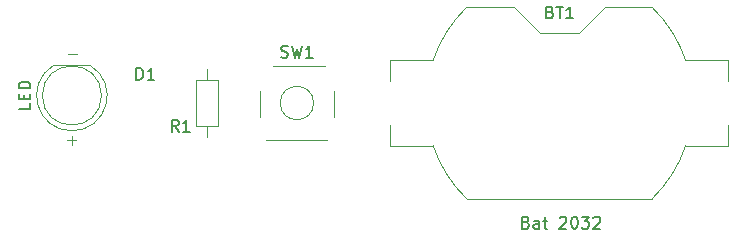
<source format=gto>
%TF.GenerationSoftware,KiCad,Pcbnew,9.0.0*%
%TF.CreationDate,2025-12-23T19:14:58-06:00*%
%TF.ProjectId,Project 1 LED Torch,50726f6a-6563-4742-9031-204c45442054,1*%
%TF.SameCoordinates,Original*%
%TF.FileFunction,Legend,Top*%
%TF.FilePolarity,Positive*%
%FSLAX46Y46*%
G04 Gerber Fmt 4.6, Leading zero omitted, Abs format (unit mm)*
G04 Created by KiCad (PCBNEW 9.0.0) date 2025-12-23 19:14:58*
%MOMM*%
%LPD*%
G01*
G04 APERTURE LIST*
%ADD10C,0.100000*%
%ADD11C,0.150000*%
%ADD12C,0.120000*%
G04 APERTURE END LIST*
D10*
X101303884Y-134291466D02*
X102065789Y-134291466D01*
X101203884Y-141591466D02*
X101965789Y-141591466D01*
X101584836Y-141972419D02*
X101584836Y-141210514D01*
D11*
X107061905Y-136454819D02*
X107061905Y-135454819D01*
X107061905Y-135454819D02*
X107300000Y-135454819D01*
X107300000Y-135454819D02*
X107442857Y-135502438D01*
X107442857Y-135502438D02*
X107538095Y-135597676D01*
X107538095Y-135597676D02*
X107585714Y-135692914D01*
X107585714Y-135692914D02*
X107633333Y-135883390D01*
X107633333Y-135883390D02*
X107633333Y-136026247D01*
X107633333Y-136026247D02*
X107585714Y-136216723D01*
X107585714Y-136216723D02*
X107538095Y-136311961D01*
X107538095Y-136311961D02*
X107442857Y-136407200D01*
X107442857Y-136407200D02*
X107300000Y-136454819D01*
X107300000Y-136454819D02*
X107061905Y-136454819D01*
X108585714Y-136454819D02*
X108014286Y-136454819D01*
X108300000Y-136454819D02*
X108300000Y-135454819D01*
X108300000Y-135454819D02*
X108204762Y-135597676D01*
X108204762Y-135597676D02*
X108109524Y-135692914D01*
X108109524Y-135692914D02*
X108014286Y-135740533D01*
X98094819Y-138437857D02*
X98094819Y-138914047D01*
X98094819Y-138914047D02*
X97094819Y-138914047D01*
X97571009Y-138104523D02*
X97571009Y-137771190D01*
X98094819Y-137628333D02*
X98094819Y-138104523D01*
X98094819Y-138104523D02*
X97094819Y-138104523D01*
X97094819Y-138104523D02*
X97094819Y-137628333D01*
X98094819Y-137199761D02*
X97094819Y-137199761D01*
X97094819Y-137199761D02*
X97094819Y-136961666D01*
X97094819Y-136961666D02*
X97142438Y-136818809D01*
X97142438Y-136818809D02*
X97237676Y-136723571D01*
X97237676Y-136723571D02*
X97332914Y-136675952D01*
X97332914Y-136675952D02*
X97523390Y-136628333D01*
X97523390Y-136628333D02*
X97666247Y-136628333D01*
X97666247Y-136628333D02*
X97856723Y-136675952D01*
X97856723Y-136675952D02*
X97951961Y-136723571D01*
X97951961Y-136723571D02*
X98047200Y-136818809D01*
X98047200Y-136818809D02*
X98094819Y-136961666D01*
X98094819Y-136961666D02*
X98094819Y-137199761D01*
X142089285Y-130741009D02*
X142232142Y-130788628D01*
X142232142Y-130788628D02*
X142279761Y-130836247D01*
X142279761Y-130836247D02*
X142327380Y-130931485D01*
X142327380Y-130931485D02*
X142327380Y-131074342D01*
X142327380Y-131074342D02*
X142279761Y-131169580D01*
X142279761Y-131169580D02*
X142232142Y-131217200D01*
X142232142Y-131217200D02*
X142136904Y-131264819D01*
X142136904Y-131264819D02*
X141755952Y-131264819D01*
X141755952Y-131264819D02*
X141755952Y-130264819D01*
X141755952Y-130264819D02*
X142089285Y-130264819D01*
X142089285Y-130264819D02*
X142184523Y-130312438D01*
X142184523Y-130312438D02*
X142232142Y-130360057D01*
X142232142Y-130360057D02*
X142279761Y-130455295D01*
X142279761Y-130455295D02*
X142279761Y-130550533D01*
X142279761Y-130550533D02*
X142232142Y-130645771D01*
X142232142Y-130645771D02*
X142184523Y-130693390D01*
X142184523Y-130693390D02*
X142089285Y-130741009D01*
X142089285Y-130741009D02*
X141755952Y-130741009D01*
X142613095Y-130264819D02*
X143184523Y-130264819D01*
X142898809Y-131264819D02*
X142898809Y-130264819D01*
X144041666Y-131264819D02*
X143470238Y-131264819D01*
X143755952Y-131264819D02*
X143755952Y-130264819D01*
X143755952Y-130264819D02*
X143660714Y-130407676D01*
X143660714Y-130407676D02*
X143565476Y-130502914D01*
X143565476Y-130502914D02*
X143470238Y-130550533D01*
X140047618Y-148531009D02*
X140190475Y-148578628D01*
X140190475Y-148578628D02*
X140238094Y-148626247D01*
X140238094Y-148626247D02*
X140285713Y-148721485D01*
X140285713Y-148721485D02*
X140285713Y-148864342D01*
X140285713Y-148864342D02*
X140238094Y-148959580D01*
X140238094Y-148959580D02*
X140190475Y-149007200D01*
X140190475Y-149007200D02*
X140095237Y-149054819D01*
X140095237Y-149054819D02*
X139714285Y-149054819D01*
X139714285Y-149054819D02*
X139714285Y-148054819D01*
X139714285Y-148054819D02*
X140047618Y-148054819D01*
X140047618Y-148054819D02*
X140142856Y-148102438D01*
X140142856Y-148102438D02*
X140190475Y-148150057D01*
X140190475Y-148150057D02*
X140238094Y-148245295D01*
X140238094Y-148245295D02*
X140238094Y-148340533D01*
X140238094Y-148340533D02*
X140190475Y-148435771D01*
X140190475Y-148435771D02*
X140142856Y-148483390D01*
X140142856Y-148483390D02*
X140047618Y-148531009D01*
X140047618Y-148531009D02*
X139714285Y-148531009D01*
X141142856Y-149054819D02*
X141142856Y-148531009D01*
X141142856Y-148531009D02*
X141095237Y-148435771D01*
X141095237Y-148435771D02*
X140999999Y-148388152D01*
X140999999Y-148388152D02*
X140809523Y-148388152D01*
X140809523Y-148388152D02*
X140714285Y-148435771D01*
X141142856Y-149007200D02*
X141047618Y-149054819D01*
X141047618Y-149054819D02*
X140809523Y-149054819D01*
X140809523Y-149054819D02*
X140714285Y-149007200D01*
X140714285Y-149007200D02*
X140666666Y-148911961D01*
X140666666Y-148911961D02*
X140666666Y-148816723D01*
X140666666Y-148816723D02*
X140714285Y-148721485D01*
X140714285Y-148721485D02*
X140809523Y-148673866D01*
X140809523Y-148673866D02*
X141047618Y-148673866D01*
X141047618Y-148673866D02*
X141142856Y-148626247D01*
X141476190Y-148388152D02*
X141857142Y-148388152D01*
X141619047Y-148054819D02*
X141619047Y-148911961D01*
X141619047Y-148911961D02*
X141666666Y-149007200D01*
X141666666Y-149007200D02*
X141761904Y-149054819D01*
X141761904Y-149054819D02*
X141857142Y-149054819D01*
X142904762Y-148150057D02*
X142952381Y-148102438D01*
X142952381Y-148102438D02*
X143047619Y-148054819D01*
X143047619Y-148054819D02*
X143285714Y-148054819D01*
X143285714Y-148054819D02*
X143380952Y-148102438D01*
X143380952Y-148102438D02*
X143428571Y-148150057D01*
X143428571Y-148150057D02*
X143476190Y-148245295D01*
X143476190Y-148245295D02*
X143476190Y-148340533D01*
X143476190Y-148340533D02*
X143428571Y-148483390D01*
X143428571Y-148483390D02*
X142857143Y-149054819D01*
X142857143Y-149054819D02*
X143476190Y-149054819D01*
X144095238Y-148054819D02*
X144190476Y-148054819D01*
X144190476Y-148054819D02*
X144285714Y-148102438D01*
X144285714Y-148102438D02*
X144333333Y-148150057D01*
X144333333Y-148150057D02*
X144380952Y-148245295D01*
X144380952Y-148245295D02*
X144428571Y-148435771D01*
X144428571Y-148435771D02*
X144428571Y-148673866D01*
X144428571Y-148673866D02*
X144380952Y-148864342D01*
X144380952Y-148864342D02*
X144333333Y-148959580D01*
X144333333Y-148959580D02*
X144285714Y-149007200D01*
X144285714Y-149007200D02*
X144190476Y-149054819D01*
X144190476Y-149054819D02*
X144095238Y-149054819D01*
X144095238Y-149054819D02*
X144000000Y-149007200D01*
X144000000Y-149007200D02*
X143952381Y-148959580D01*
X143952381Y-148959580D02*
X143904762Y-148864342D01*
X143904762Y-148864342D02*
X143857143Y-148673866D01*
X143857143Y-148673866D02*
X143857143Y-148435771D01*
X143857143Y-148435771D02*
X143904762Y-148245295D01*
X143904762Y-148245295D02*
X143952381Y-148150057D01*
X143952381Y-148150057D02*
X144000000Y-148102438D01*
X144000000Y-148102438D02*
X144095238Y-148054819D01*
X144761905Y-148054819D02*
X145380952Y-148054819D01*
X145380952Y-148054819D02*
X145047619Y-148435771D01*
X145047619Y-148435771D02*
X145190476Y-148435771D01*
X145190476Y-148435771D02*
X145285714Y-148483390D01*
X145285714Y-148483390D02*
X145333333Y-148531009D01*
X145333333Y-148531009D02*
X145380952Y-148626247D01*
X145380952Y-148626247D02*
X145380952Y-148864342D01*
X145380952Y-148864342D02*
X145333333Y-148959580D01*
X145333333Y-148959580D02*
X145285714Y-149007200D01*
X145285714Y-149007200D02*
X145190476Y-149054819D01*
X145190476Y-149054819D02*
X144904762Y-149054819D01*
X144904762Y-149054819D02*
X144809524Y-149007200D01*
X144809524Y-149007200D02*
X144761905Y-148959580D01*
X145761905Y-148150057D02*
X145809524Y-148102438D01*
X145809524Y-148102438D02*
X145904762Y-148054819D01*
X145904762Y-148054819D02*
X146142857Y-148054819D01*
X146142857Y-148054819D02*
X146238095Y-148102438D01*
X146238095Y-148102438D02*
X146285714Y-148150057D01*
X146285714Y-148150057D02*
X146333333Y-148245295D01*
X146333333Y-148245295D02*
X146333333Y-148340533D01*
X146333333Y-148340533D02*
X146285714Y-148483390D01*
X146285714Y-148483390D02*
X145714286Y-149054819D01*
X145714286Y-149054819D02*
X146333333Y-149054819D01*
X110633333Y-140854819D02*
X110300000Y-140378628D01*
X110061905Y-140854819D02*
X110061905Y-139854819D01*
X110061905Y-139854819D02*
X110442857Y-139854819D01*
X110442857Y-139854819D02*
X110538095Y-139902438D01*
X110538095Y-139902438D02*
X110585714Y-139950057D01*
X110585714Y-139950057D02*
X110633333Y-140045295D01*
X110633333Y-140045295D02*
X110633333Y-140188152D01*
X110633333Y-140188152D02*
X110585714Y-140283390D01*
X110585714Y-140283390D02*
X110538095Y-140331009D01*
X110538095Y-140331009D02*
X110442857Y-140378628D01*
X110442857Y-140378628D02*
X110061905Y-140378628D01*
X111585714Y-140854819D02*
X111014286Y-140854819D01*
X111300000Y-140854819D02*
X111300000Y-139854819D01*
X111300000Y-139854819D02*
X111204762Y-139997676D01*
X111204762Y-139997676D02*
X111109524Y-140092914D01*
X111109524Y-140092914D02*
X111014286Y-140140533D01*
X119316667Y-134537200D02*
X119459524Y-134584819D01*
X119459524Y-134584819D02*
X119697619Y-134584819D01*
X119697619Y-134584819D02*
X119792857Y-134537200D01*
X119792857Y-134537200D02*
X119840476Y-134489580D01*
X119840476Y-134489580D02*
X119888095Y-134394342D01*
X119888095Y-134394342D02*
X119888095Y-134299104D01*
X119888095Y-134299104D02*
X119840476Y-134203866D01*
X119840476Y-134203866D02*
X119792857Y-134156247D01*
X119792857Y-134156247D02*
X119697619Y-134108628D01*
X119697619Y-134108628D02*
X119507143Y-134061009D01*
X119507143Y-134061009D02*
X119411905Y-134013390D01*
X119411905Y-134013390D02*
X119364286Y-133965771D01*
X119364286Y-133965771D02*
X119316667Y-133870533D01*
X119316667Y-133870533D02*
X119316667Y-133775295D01*
X119316667Y-133775295D02*
X119364286Y-133680057D01*
X119364286Y-133680057D02*
X119411905Y-133632438D01*
X119411905Y-133632438D02*
X119507143Y-133584819D01*
X119507143Y-133584819D02*
X119745238Y-133584819D01*
X119745238Y-133584819D02*
X119888095Y-133632438D01*
X120221429Y-133584819D02*
X120459524Y-134584819D01*
X120459524Y-134584819D02*
X120650000Y-133870533D01*
X120650000Y-133870533D02*
X120840476Y-134584819D01*
X120840476Y-134584819D02*
X121078572Y-133584819D01*
X121983333Y-134584819D02*
X121411905Y-134584819D01*
X121697619Y-134584819D02*
X121697619Y-133584819D01*
X121697619Y-133584819D02*
X121602381Y-133727676D01*
X121602381Y-133727676D02*
X121507143Y-133822914D01*
X121507143Y-133822914D02*
X121411905Y-133870533D01*
D12*
%TO.C,D1*%
X104100000Y-137795000D02*
G75*
G02*
X99100000Y-137795000I-2500000J0D01*
G01*
X99100000Y-137795000D02*
G75*
G02*
X104100000Y-137795000I2500000J0D01*
G01*
X101599952Y-140785000D02*
G75*
G02*
X100055170Y-135235000I48J2990000D01*
G01*
X103144830Y-135235000D02*
G75*
G02*
X101600048Y-140785000I-1544830J-2560000D01*
G01*
X103145000Y-135235000D02*
X100055000Y-135235000D01*
%TO.C,BT1*%
X157185000Y-142040000D02*
X153567000Y-142040000D01*
X157185000Y-140330000D02*
X157185000Y-142040000D01*
X157185000Y-136530000D02*
X157185000Y-134820000D01*
X153567000Y-134820000D02*
X157185000Y-134820000D01*
X150722300Y-146540000D02*
X135027700Y-146540000D01*
X146735000Y-130320000D02*
X150722300Y-130320000D01*
X144535000Y-132520000D02*
X146735000Y-130320000D01*
X141215000Y-132520000D02*
X144535000Y-132520000D01*
X141215000Y-132520000D02*
X139015000Y-130320000D01*
X135027700Y-130320000D02*
X139015000Y-130320000D01*
X132183000Y-142040000D02*
X128565000Y-142040000D01*
X128565000Y-140330000D02*
X128565000Y-142040000D01*
X128565000Y-136530000D02*
X128565000Y-134820000D01*
X128565000Y-134820000D02*
X132183000Y-134820000D01*
X153567000Y-142040000D02*
G75*
G02*
X150720372Y-146541790I-10692020J3610010D01*
G01*
X150720371Y-130318211D02*
G75*
G02*
X153567000Y-134820000I-7845366J-8111785D01*
G01*
X135029629Y-146541789D02*
G75*
G02*
X132183000Y-142040000I7845371J8111789D01*
G01*
X132183000Y-134820000D02*
G75*
G02*
X135029629Y-130318211I10692020J-3610012D01*
G01*
%TO.C,R1*%
X113030000Y-135560000D02*
X113030000Y-136510000D01*
X113950000Y-136510000D02*
X112110000Y-136510000D01*
X112110000Y-136510000D02*
X112110000Y-140350000D01*
X113950000Y-140350000D02*
X113950000Y-136510000D01*
X112110000Y-140350000D02*
X113950000Y-140350000D01*
X113030000Y-141300000D02*
X113030000Y-140350000D01*
%TO.C,SW1*%
X122064214Y-138430000D02*
G75*
G02*
X119235786Y-138430000I-1414214J0D01*
G01*
X119235786Y-138430000D02*
G75*
G02*
X122064214Y-138430000I1414214J0D01*
G01*
X123770000Y-137380000D02*
X123770000Y-139580000D01*
X118600000Y-135310000D02*
X123000000Y-135310000D01*
X118000000Y-141550000D02*
X123200000Y-141550000D01*
X117530000Y-139580000D02*
X117530000Y-137380000D01*
%TD*%
M02*

</source>
